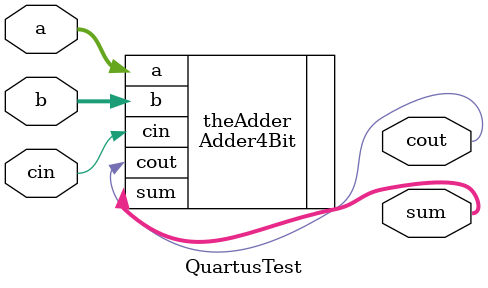
<source format=v>
/*
 * Quartus Software Test Design
 * ----------------------------
 * By: Thomas Carpenter
 * For: University of Leeds
 * Date: 28th December 2017
 *
 * Description
 * ------------
 * The module is a simple 4-bit Full Adder which has been
 * built in Verilog using Gate-Level 1-bit full adders.
 *
 */

module QuartusTest (
    // Declare input and output ports
    input        cin,
    input  [3:0] a,
    input  [3:0] b,
    output [3:0] sum,
    output       cout
);

Adder4Bit theAdder (
   .cin (cin ),
   .a   (a   ),
   .b   (b   ),
   .sum (sum ),
   .cout(cout)
);

endmodule // End of module

</source>
